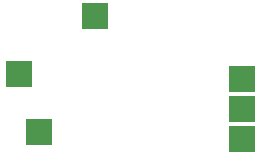
<source format=gbs>
G04 #@! TF.FileFunction,Soldermask,Bot*
%FSLAX46Y46*%
G04 Gerber Fmt 4.6, Leading zero omitted, Abs format (unit mm)*
G04 Created by KiCad (PCBNEW 4.0.4+e1-6308~48~ubuntu16.04.1-stable) date Thu Nov  3 23:15:19 2016*
%MOMM*%
%LPD*%
G01*
G04 APERTURE LIST*
%ADD10C,0.100000*%
%ADD11R,2.235200X2.235200*%
G04 APERTURE END LIST*
D10*
D11*
X194360800Y-59690000D03*
X177241200Y-61620400D03*
X194360800Y-57150000D03*
X194360800Y-62230000D03*
X175550000Y-56700000D03*
X181950000Y-51850000D03*
M02*

</source>
